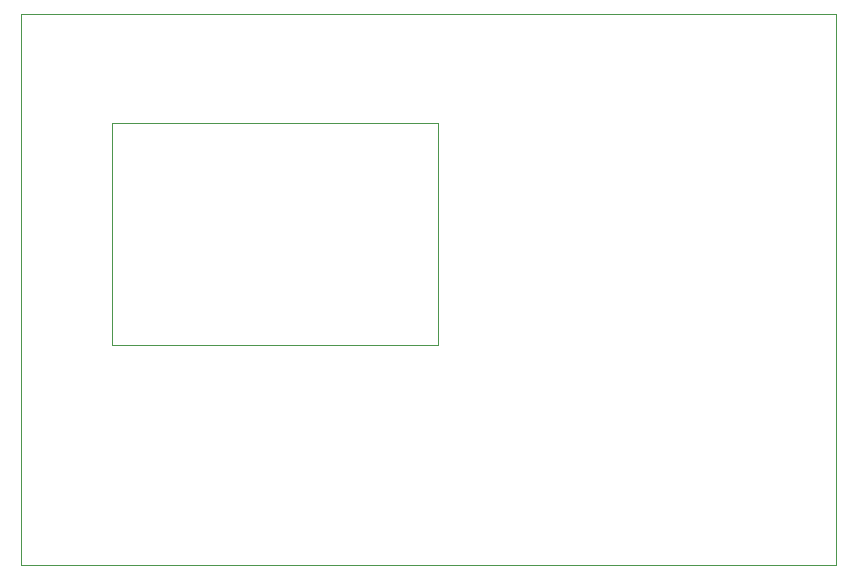
<source format=gbr>
%TF.GenerationSoftware,KiCad,Pcbnew,8.99.0-unknown-2b81d3a93c~180~ubuntu22.04.1*%
%TF.CreationDate,2024-08-01T07:46:56+05:30*%
%TF.ProjectId,HF-PA-v10,48462d50-412d-4763-9130-2e6b69636164,rev?*%
%TF.SameCoordinates,Original*%
%TF.FileFunction,Profile,NP*%
%FSLAX46Y46*%
G04 Gerber Fmt 4.6, Leading zero omitted, Abs format (unit mm)*
G04 Created by KiCad (PCBNEW 8.99.0-unknown-2b81d3a93c~180~ubuntu22.04.1) date 2024-08-01 07:46:56*
%MOMM*%
%LPD*%
G01*
G04 APERTURE LIST*
%TA.AperFunction,Profile*%
%ADD10C,0.100000*%
%TD*%
G04 APERTURE END LIST*
D10*
X138280000Y-62675000D02*
X207250000Y-62675000D01*
X207250000Y-109315000D01*
X138280000Y-109315000D01*
X138280000Y-62675000D01*
X146000000Y-71930000D02*
X173550000Y-71930000D01*
X173550000Y-90720000D01*
X146000000Y-90720000D01*
X146000000Y-71930000D01*
M02*

</source>
